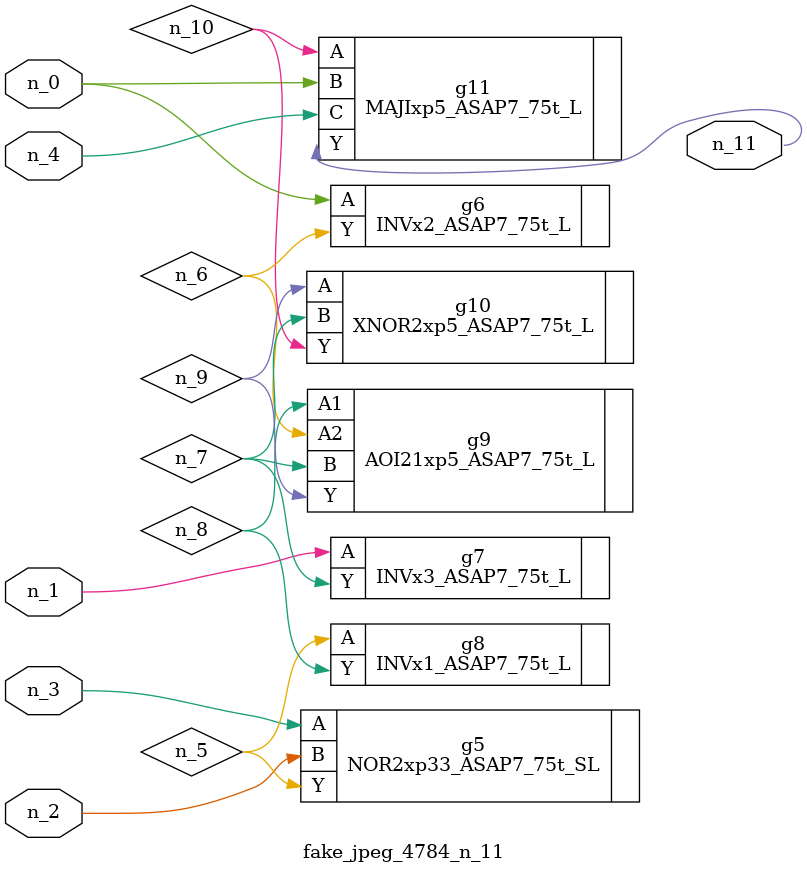
<source format=v>
module fake_jpeg_4784_n_11 (n_3, n_2, n_1, n_0, n_4, n_11);

input n_3;
input n_2;
input n_1;
input n_0;
input n_4;

output n_11;

wire n_10;
wire n_8;
wire n_9;
wire n_6;
wire n_5;
wire n_7;

NOR2xp33_ASAP7_75t_SL g5 ( 
.A(n_3),
.B(n_2),
.Y(n_5)
);

INVx2_ASAP7_75t_L g6 ( 
.A(n_0),
.Y(n_6)
);

INVx3_ASAP7_75t_L g7 ( 
.A(n_1),
.Y(n_7)
);

INVx1_ASAP7_75t_L g8 ( 
.A(n_5),
.Y(n_8)
);

AOI21xp5_ASAP7_75t_L g9 ( 
.A1(n_8),
.A2(n_6),
.B(n_7),
.Y(n_9)
);

XNOR2xp5_ASAP7_75t_L g10 ( 
.A(n_9),
.B(n_7),
.Y(n_10)
);

MAJIxp5_ASAP7_75t_L g11 ( 
.A(n_10),
.B(n_0),
.C(n_4),
.Y(n_11)
);


endmodule
</source>
